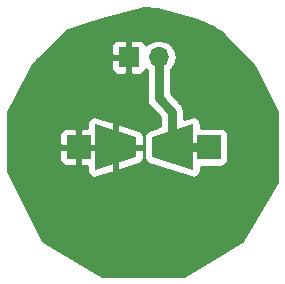
<source format=gbr>
G04 #@! TF.GenerationSoftware,KiCad,Pcbnew,(5.0.0)*
G04 #@! TF.CreationDate,2018-07-31T15:29:21+01:00*
G04 #@! TF.ProjectId,uv_led,75765F6C65642E6B696361645F706362,rev?*
G04 #@! TF.SameCoordinates,Original*
G04 #@! TF.FileFunction,Copper,L1,Top,Signal*
G04 #@! TF.FilePolarity,Positive*
%FSLAX46Y46*%
G04 Gerber Fmt 4.6, Leading zero omitted, Abs format (unit mm)*
G04 Created by KiCad (PCBNEW (5.0.0)) date 07/31/18 15:29:21*
%MOMM*%
%LPD*%
G01*
G04 APERTURE LIST*
G04 #@! TA.AperFunction,SMDPad,CuDef*
%ADD10C,2.670352*%
G04 #@! TD*
G04 #@! TA.AperFunction,Conductor*
%ADD11C,0.100000*%
G04 #@! TD*
G04 #@! TA.AperFunction,ComponentPad*
%ADD12R,1.998980X1.998980*%
G04 #@! TD*
G04 #@! TA.AperFunction,ComponentPad*
%ADD13R,1.700000X1.700000*%
G04 #@! TD*
G04 #@! TA.AperFunction,ComponentPad*
%ADD14O,1.700000X1.700000*%
G04 #@! TD*
G04 #@! TA.AperFunction,Conductor*
%ADD15C,0.750000*%
G04 #@! TD*
G04 #@! TA.AperFunction,Conductor*
%ADD16C,0.254000*%
G04 #@! TD*
G04 APERTURE END LIST*
D10*
G04 #@! TO.P,D1,1*
G04 #@! TO.N,GND*
X146177000Y-93980000D03*
D11*
G04 #@! TD*
G04 #@! TO.N,GND*
G04 #@! TO.C,D1*
G36*
X144426940Y-95929450D02*
X144426940Y-92030550D01*
X147927060Y-93130370D01*
X147927060Y-94829630D01*
X144426940Y-95929450D01*
X144426940Y-95929450D01*
G37*
D10*
G04 #@! TO.P,D1,2*
G04 #@! TO.N,+3V3*
X151003000Y-93980000D03*
D11*
G04 #@! TD*
G04 #@! TO.N,+3V3*
G04 #@! TO.C,D1*
G36*
X152753060Y-92030550D02*
X152753060Y-95929450D01*
X149252940Y-94829630D01*
X149252940Y-93130370D01*
X152753060Y-92030550D01*
X152753060Y-92030550D01*
G37*
D12*
G04 #@! TO.P,D1,1*
G04 #@! TO.N,GND*
X143088360Y-93980000D03*
G04 #@! TO.P,D1,2*
G04 #@! TO.N,+3V3*
X154091640Y-93980000D03*
G04 #@! TD*
D13*
G04 #@! TO.P,J1,1*
G04 #@! TO.N,GND*
X147320000Y-86360000D03*
D14*
G04 #@! TO.P,J1,2*
G04 #@! TO.N,+3V3*
X149860000Y-86360000D03*
G04 #@! TD*
D15*
G04 #@! TO.N,+3V3*
X153591260Y-93980000D02*
X151003000Y-93980000D01*
X151003000Y-93980000D02*
X151003000Y-91003000D01*
X149860000Y-89860000D02*
X149860000Y-86360000D01*
X151003000Y-91003000D02*
X149860000Y-89860000D01*
G04 #@! TD*
D16*
G04 #@! TO.N,GND*
G36*
X149698440Y-82305519D02*
X152891886Y-83103880D01*
X153092128Y-83188054D01*
X154422032Y-83853006D01*
X154804002Y-84066482D01*
X155095739Y-84275345D01*
X157895626Y-87075232D01*
X159862214Y-91008407D01*
X159873000Y-91046024D01*
X159873000Y-96964822D01*
X156907433Y-101907433D01*
X151964822Y-104873000D01*
X145035178Y-104873000D01*
X140097052Y-101910125D01*
X137127000Y-95970020D01*
X137127000Y-94265750D01*
X141453870Y-94265750D01*
X141453870Y-95105800D01*
X141550543Y-95339189D01*
X141729172Y-95517817D01*
X141962561Y-95614490D01*
X142802610Y-95614490D01*
X142961360Y-95455740D01*
X142961360Y-94107000D01*
X143215360Y-94107000D01*
X143215360Y-95455740D01*
X143374110Y-95614490D01*
X143779500Y-95614490D01*
X143779500Y-95929450D01*
X143809275Y-96123535D01*
X143930565Y-96345131D01*
X144127424Y-96503444D01*
X144369881Y-96574371D01*
X144621025Y-96547115D01*
X146050000Y-96098097D01*
X146050000Y-94107000D01*
X146304000Y-94107000D01*
X146304000Y-96018285D01*
X148121145Y-95447295D01*
X148384869Y-95287439D01*
X148525217Y-95077395D01*
X148574500Y-94829630D01*
X148574500Y-94107000D01*
X146304000Y-94107000D01*
X146050000Y-94107000D01*
X143215360Y-94107000D01*
X142961360Y-94107000D01*
X141612620Y-94107000D01*
X141453870Y-94265750D01*
X137127000Y-94265750D01*
X137127000Y-92854200D01*
X141453870Y-92854200D01*
X141453870Y-93694250D01*
X141612620Y-93853000D01*
X142961360Y-93853000D01*
X142961360Y-92504260D01*
X143215360Y-92504260D01*
X143215360Y-93853000D01*
X146050000Y-93853000D01*
X146304000Y-93853000D01*
X148574500Y-93853000D01*
X148574500Y-93130370D01*
X148501054Y-92830854D01*
X148342741Y-92633995D01*
X148121145Y-92512705D01*
X146304000Y-91941715D01*
X146304000Y-93853000D01*
X146050000Y-93853000D01*
X146050000Y-91861903D01*
X144621025Y-91412885D01*
X144426940Y-91383110D01*
X144179175Y-91432393D01*
X143969131Y-91572741D01*
X143828783Y-91782785D01*
X143779500Y-92030550D01*
X143779500Y-92345510D01*
X143374110Y-92345510D01*
X143215360Y-92504260D01*
X142961360Y-92504260D01*
X142802610Y-92345510D01*
X141962561Y-92345510D01*
X141729172Y-92442183D01*
X141550543Y-92620811D01*
X141453870Y-92854200D01*
X137127000Y-92854200D01*
X137127000Y-91029980D01*
X139104374Y-87075232D01*
X139533856Y-86645750D01*
X145835000Y-86645750D01*
X145835000Y-87336309D01*
X145931673Y-87569698D01*
X146110301Y-87748327D01*
X146343690Y-87845000D01*
X147034250Y-87845000D01*
X147193000Y-87686250D01*
X147193000Y-86487000D01*
X145993750Y-86487000D01*
X145835000Y-86645750D01*
X139533856Y-86645750D01*
X140795915Y-85383691D01*
X145835000Y-85383691D01*
X145835000Y-86074250D01*
X145993750Y-86233000D01*
X147193000Y-86233000D01*
X147193000Y-85033750D01*
X147447000Y-85033750D01*
X147447000Y-86233000D01*
X147467000Y-86233000D01*
X147467000Y-86487000D01*
X147447000Y-86487000D01*
X147447000Y-87686250D01*
X147605750Y-87845000D01*
X148296310Y-87845000D01*
X148529699Y-87748327D01*
X148708327Y-87569698D01*
X148774904Y-87408967D01*
X148789375Y-87430625D01*
X148850001Y-87471134D01*
X148850000Y-89760529D01*
X148830214Y-89860000D01*
X148850000Y-89959471D01*
X148850000Y-89959475D01*
X148908601Y-90254081D01*
X149131831Y-90588169D01*
X149216163Y-90644518D01*
X149993001Y-91421356D01*
X149993001Y-92219174D01*
X149058855Y-92512705D01*
X148795131Y-92672561D01*
X148654783Y-92882605D01*
X148605500Y-93130370D01*
X148605500Y-94829630D01*
X148678946Y-95129146D01*
X148837259Y-95326005D01*
X149058855Y-95447295D01*
X152558975Y-96547115D01*
X152753060Y-96576890D01*
X153000825Y-96527607D01*
X153210869Y-96387259D01*
X153351217Y-96177215D01*
X153400500Y-95929450D01*
X153400500Y-95626930D01*
X155091130Y-95626930D01*
X155338895Y-95577647D01*
X155548939Y-95437299D01*
X155689287Y-95227255D01*
X155738570Y-94979490D01*
X155738570Y-92980510D01*
X155689287Y-92732745D01*
X155548939Y-92522701D01*
X155338895Y-92382353D01*
X155091130Y-92333070D01*
X153400500Y-92333070D01*
X153400500Y-92030550D01*
X153370725Y-91836465D01*
X153249435Y-91614869D01*
X153052576Y-91456556D01*
X152810119Y-91385629D01*
X152558975Y-91412885D01*
X152013000Y-91584443D01*
X152013000Y-91102470D01*
X152032786Y-91002999D01*
X152013000Y-90903528D01*
X152013000Y-90903524D01*
X151954399Y-90608918D01*
X151731169Y-90274831D01*
X151646837Y-90218482D01*
X150870000Y-89441645D01*
X150870000Y-87471133D01*
X150930625Y-87430625D01*
X151258839Y-86939418D01*
X151374092Y-86360000D01*
X151258839Y-85780582D01*
X150930625Y-85289375D01*
X150439418Y-84961161D01*
X150006256Y-84875000D01*
X149713744Y-84875000D01*
X149280582Y-84961161D01*
X148789375Y-85289375D01*
X148774904Y-85311033D01*
X148708327Y-85150302D01*
X148529699Y-84971673D01*
X148296310Y-84875000D01*
X147605750Y-84875000D01*
X147447000Y-85033750D01*
X147193000Y-85033750D01*
X147034250Y-84875000D01*
X146343690Y-84875000D01*
X146110301Y-84971673D01*
X145931673Y-85150302D01*
X145835000Y-85383691D01*
X140795915Y-85383691D01*
X141892222Y-84287384D01*
X142217335Y-84061425D01*
X145035538Y-83122024D01*
X148582417Y-82235305D01*
X149698440Y-82305519D01*
X149698440Y-82305519D01*
G37*
X149698440Y-82305519D02*
X152891886Y-83103880D01*
X153092128Y-83188054D01*
X154422032Y-83853006D01*
X154804002Y-84066482D01*
X155095739Y-84275345D01*
X157895626Y-87075232D01*
X159862214Y-91008407D01*
X159873000Y-91046024D01*
X159873000Y-96964822D01*
X156907433Y-101907433D01*
X151964822Y-104873000D01*
X145035178Y-104873000D01*
X140097052Y-101910125D01*
X137127000Y-95970020D01*
X137127000Y-94265750D01*
X141453870Y-94265750D01*
X141453870Y-95105800D01*
X141550543Y-95339189D01*
X141729172Y-95517817D01*
X141962561Y-95614490D01*
X142802610Y-95614490D01*
X142961360Y-95455740D01*
X142961360Y-94107000D01*
X143215360Y-94107000D01*
X143215360Y-95455740D01*
X143374110Y-95614490D01*
X143779500Y-95614490D01*
X143779500Y-95929450D01*
X143809275Y-96123535D01*
X143930565Y-96345131D01*
X144127424Y-96503444D01*
X144369881Y-96574371D01*
X144621025Y-96547115D01*
X146050000Y-96098097D01*
X146050000Y-94107000D01*
X146304000Y-94107000D01*
X146304000Y-96018285D01*
X148121145Y-95447295D01*
X148384869Y-95287439D01*
X148525217Y-95077395D01*
X148574500Y-94829630D01*
X148574500Y-94107000D01*
X146304000Y-94107000D01*
X146050000Y-94107000D01*
X143215360Y-94107000D01*
X142961360Y-94107000D01*
X141612620Y-94107000D01*
X141453870Y-94265750D01*
X137127000Y-94265750D01*
X137127000Y-92854200D01*
X141453870Y-92854200D01*
X141453870Y-93694250D01*
X141612620Y-93853000D01*
X142961360Y-93853000D01*
X142961360Y-92504260D01*
X143215360Y-92504260D01*
X143215360Y-93853000D01*
X146050000Y-93853000D01*
X146304000Y-93853000D01*
X148574500Y-93853000D01*
X148574500Y-93130370D01*
X148501054Y-92830854D01*
X148342741Y-92633995D01*
X148121145Y-92512705D01*
X146304000Y-91941715D01*
X146304000Y-93853000D01*
X146050000Y-93853000D01*
X146050000Y-91861903D01*
X144621025Y-91412885D01*
X144426940Y-91383110D01*
X144179175Y-91432393D01*
X143969131Y-91572741D01*
X143828783Y-91782785D01*
X143779500Y-92030550D01*
X143779500Y-92345510D01*
X143374110Y-92345510D01*
X143215360Y-92504260D01*
X142961360Y-92504260D01*
X142802610Y-92345510D01*
X141962561Y-92345510D01*
X141729172Y-92442183D01*
X141550543Y-92620811D01*
X141453870Y-92854200D01*
X137127000Y-92854200D01*
X137127000Y-91029980D01*
X139104374Y-87075232D01*
X139533856Y-86645750D01*
X145835000Y-86645750D01*
X145835000Y-87336309D01*
X145931673Y-87569698D01*
X146110301Y-87748327D01*
X146343690Y-87845000D01*
X147034250Y-87845000D01*
X147193000Y-87686250D01*
X147193000Y-86487000D01*
X145993750Y-86487000D01*
X145835000Y-86645750D01*
X139533856Y-86645750D01*
X140795915Y-85383691D01*
X145835000Y-85383691D01*
X145835000Y-86074250D01*
X145993750Y-86233000D01*
X147193000Y-86233000D01*
X147193000Y-85033750D01*
X147447000Y-85033750D01*
X147447000Y-86233000D01*
X147467000Y-86233000D01*
X147467000Y-86487000D01*
X147447000Y-86487000D01*
X147447000Y-87686250D01*
X147605750Y-87845000D01*
X148296310Y-87845000D01*
X148529699Y-87748327D01*
X148708327Y-87569698D01*
X148774904Y-87408967D01*
X148789375Y-87430625D01*
X148850001Y-87471134D01*
X148850000Y-89760529D01*
X148830214Y-89860000D01*
X148850000Y-89959471D01*
X148850000Y-89959475D01*
X148908601Y-90254081D01*
X149131831Y-90588169D01*
X149216163Y-90644518D01*
X149993001Y-91421356D01*
X149993001Y-92219174D01*
X149058855Y-92512705D01*
X148795131Y-92672561D01*
X148654783Y-92882605D01*
X148605500Y-93130370D01*
X148605500Y-94829630D01*
X148678946Y-95129146D01*
X148837259Y-95326005D01*
X149058855Y-95447295D01*
X152558975Y-96547115D01*
X152753060Y-96576890D01*
X153000825Y-96527607D01*
X153210869Y-96387259D01*
X153351217Y-96177215D01*
X153400500Y-95929450D01*
X153400500Y-95626930D01*
X155091130Y-95626930D01*
X155338895Y-95577647D01*
X155548939Y-95437299D01*
X155689287Y-95227255D01*
X155738570Y-94979490D01*
X155738570Y-92980510D01*
X155689287Y-92732745D01*
X155548939Y-92522701D01*
X155338895Y-92382353D01*
X155091130Y-92333070D01*
X153400500Y-92333070D01*
X153400500Y-92030550D01*
X153370725Y-91836465D01*
X153249435Y-91614869D01*
X153052576Y-91456556D01*
X152810119Y-91385629D01*
X152558975Y-91412885D01*
X152013000Y-91584443D01*
X152013000Y-91102470D01*
X152032786Y-91002999D01*
X152013000Y-90903528D01*
X152013000Y-90903524D01*
X151954399Y-90608918D01*
X151731169Y-90274831D01*
X151646837Y-90218482D01*
X150870000Y-89441645D01*
X150870000Y-87471133D01*
X150930625Y-87430625D01*
X151258839Y-86939418D01*
X151374092Y-86360000D01*
X151258839Y-85780582D01*
X150930625Y-85289375D01*
X150439418Y-84961161D01*
X150006256Y-84875000D01*
X149713744Y-84875000D01*
X149280582Y-84961161D01*
X148789375Y-85289375D01*
X148774904Y-85311033D01*
X148708327Y-85150302D01*
X148529699Y-84971673D01*
X148296310Y-84875000D01*
X147605750Y-84875000D01*
X147447000Y-85033750D01*
X147193000Y-85033750D01*
X147034250Y-84875000D01*
X146343690Y-84875000D01*
X146110301Y-84971673D01*
X145931673Y-85150302D01*
X145835000Y-85383691D01*
X140795915Y-85383691D01*
X141892222Y-84287384D01*
X142217335Y-84061425D01*
X145035538Y-83122024D01*
X148582417Y-82235305D01*
X149698440Y-82305519D01*
G04 #@! TD*
M02*

</source>
